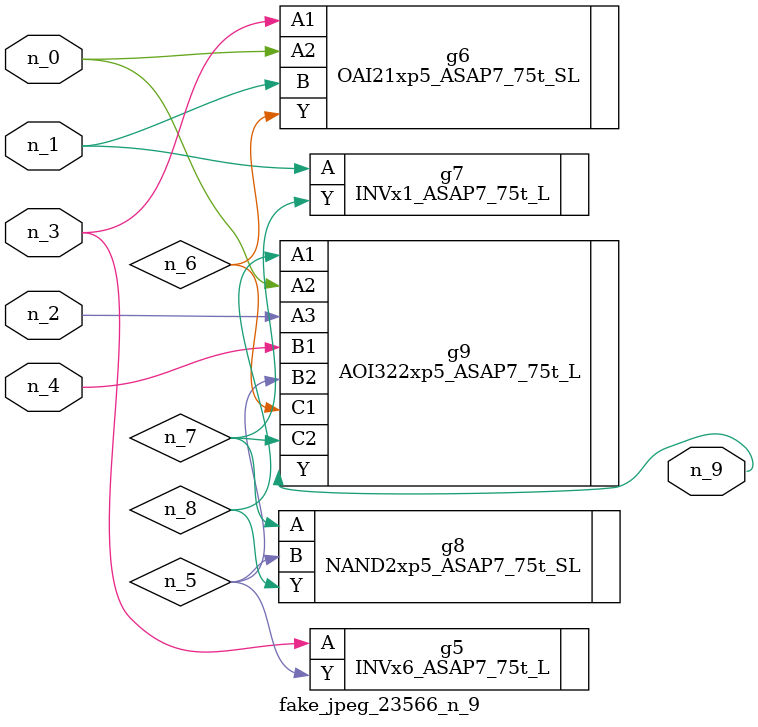
<source format=v>
module fake_jpeg_23566_n_9 (n_3, n_2, n_1, n_0, n_4, n_9);

input n_3;
input n_2;
input n_1;
input n_0;
input n_4;

output n_9;

wire n_8;
wire n_6;
wire n_5;
wire n_7;

INVx6_ASAP7_75t_L g5 ( 
.A(n_3),
.Y(n_5)
);

OAI21xp5_ASAP7_75t_SL g6 ( 
.A1(n_3),
.A2(n_0),
.B(n_1),
.Y(n_6)
);

INVx1_ASAP7_75t_L g7 ( 
.A(n_1),
.Y(n_7)
);

NAND2xp5_ASAP7_75t_SL g8 ( 
.A(n_7),
.B(n_5),
.Y(n_8)
);

AOI322xp5_ASAP7_75t_L g9 ( 
.A1(n_8),
.A2(n_0),
.A3(n_2),
.B1(n_4),
.B2(n_5),
.C1(n_6),
.C2(n_7),
.Y(n_9)
);


endmodule
</source>
